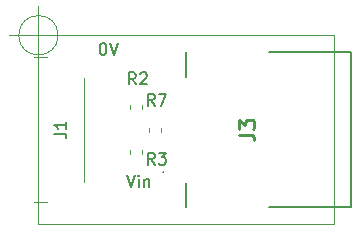
<source format=gbr>
G04 #@! TF.GenerationSoftware,KiCad,Pcbnew,(5.1.2)-2*
G04 #@! TF.CreationDate,2019-08-27T22:51:35+12:00*
G04 #@! TF.ProjectId,CacPP_PIC10,43616350-505f-4504-9943-31302e6b6963,rev?*
G04 #@! TF.SameCoordinates,Original*
G04 #@! TF.FileFunction,Legend,Top*
G04 #@! TF.FilePolarity,Positive*
%FSLAX46Y46*%
G04 Gerber Fmt 4.6, Leading zero omitted, Abs format (unit mm)*
G04 Created by KiCad (PCBNEW (5.1.2)-2) date 2019-08-27 22:51:35*
%MOMM*%
%LPD*%
G04 APERTURE LIST*
%ADD10C,0.050000*%
%ADD11C,0.200000*%
%ADD12C,0.120000*%
%ADD13C,0.254000*%
%ADD14C,0.150000*%
G04 APERTURE END LIST*
D10*
X51666666Y-30000000D02*
G75*
G03X51666666Y-30000000I-1666666J0D01*
G01*
X47500000Y-30000000D02*
X52500000Y-30000000D01*
X50000000Y-27500000D02*
X50000000Y-32500000D01*
X50000000Y-46000000D02*
X53000000Y-46000000D01*
X50000000Y-30000000D02*
X50000000Y-46000000D01*
X53000000Y-30000000D02*
X50000000Y-30000000D01*
X75000000Y-30000000D02*
X53000000Y-30000000D01*
X75000000Y-46000000D02*
X53000000Y-46000000D01*
X75000000Y-30000000D02*
X75000000Y-46000000D01*
D11*
X60561000Y-41582000D02*
G75*
G03X60561000Y-41582000I-61000J0D01*
G01*
X62500000Y-31450000D02*
X62500000Y-33513000D01*
X62500000Y-44550000D02*
X62500000Y-42487000D01*
X76500000Y-31450000D02*
X69500000Y-31450000D01*
X76500000Y-44550000D02*
X76500000Y-31450000D01*
X69500000Y-44550000D02*
X76500000Y-44550000D01*
D12*
X50700000Y-31855000D02*
X49650000Y-31855000D01*
X50700000Y-44145000D02*
X49650000Y-44145000D01*
X53870000Y-42400000D02*
X53870000Y-33600000D01*
X57790000Y-35928733D02*
X57790000Y-36271267D01*
X58810000Y-35928733D02*
X58810000Y-36271267D01*
X57790000Y-40071267D02*
X57790000Y-39728733D01*
X58810000Y-40071267D02*
X58810000Y-39728733D01*
X59390000Y-38171267D02*
X59390000Y-37828733D01*
X60410000Y-38171267D02*
X60410000Y-37828733D01*
D13*
X67004523Y-38423333D02*
X67911666Y-38423333D01*
X68093095Y-38483809D01*
X68214047Y-38604761D01*
X68274523Y-38786190D01*
X68274523Y-38907142D01*
X67004523Y-37939523D02*
X67004523Y-37153333D01*
X67488333Y-37576666D01*
X67488333Y-37395238D01*
X67548809Y-37274285D01*
X67609285Y-37213809D01*
X67730238Y-37153333D01*
X68032619Y-37153333D01*
X68153571Y-37213809D01*
X68214047Y-37274285D01*
X68274523Y-37395238D01*
X68274523Y-37758095D01*
X68214047Y-37879047D01*
X68153571Y-37939523D01*
D14*
X51352380Y-38333333D02*
X52066666Y-38333333D01*
X52209523Y-38380952D01*
X52304761Y-38476190D01*
X52352380Y-38619047D01*
X52352380Y-38714285D01*
X52352380Y-37333333D02*
X52352380Y-37904761D01*
X52352380Y-37619047D02*
X51352380Y-37619047D01*
X51495238Y-37714285D01*
X51590476Y-37809523D01*
X51638095Y-37904761D01*
X55423809Y-30652380D02*
X55519047Y-30652380D01*
X55614285Y-30700000D01*
X55661904Y-30747619D01*
X55709523Y-30842857D01*
X55757142Y-31033333D01*
X55757142Y-31271428D01*
X55709523Y-31461904D01*
X55661904Y-31557142D01*
X55614285Y-31604761D01*
X55519047Y-31652380D01*
X55423809Y-31652380D01*
X55328571Y-31604761D01*
X55280952Y-31557142D01*
X55233333Y-31461904D01*
X55185714Y-31271428D01*
X55185714Y-31033333D01*
X55233333Y-30842857D01*
X55280952Y-30747619D01*
X55328571Y-30700000D01*
X55423809Y-30652380D01*
X56042857Y-30652380D02*
X56376190Y-31652380D01*
X56709523Y-30652380D01*
X57476190Y-41852380D02*
X57809523Y-42852380D01*
X58142857Y-41852380D01*
X58476190Y-42852380D02*
X58476190Y-42185714D01*
X58476190Y-41852380D02*
X58428571Y-41900000D01*
X58476190Y-41947619D01*
X58523809Y-41900000D01*
X58476190Y-41852380D01*
X58476190Y-41947619D01*
X58952380Y-42185714D02*
X58952380Y-42852380D01*
X58952380Y-42280952D02*
X59000000Y-42233333D01*
X59095238Y-42185714D01*
X59238095Y-42185714D01*
X59333333Y-42233333D01*
X59380952Y-42328571D01*
X59380952Y-42852380D01*
X58233333Y-34152380D02*
X57900000Y-33676190D01*
X57661904Y-34152380D02*
X57661904Y-33152380D01*
X58042857Y-33152380D01*
X58138095Y-33200000D01*
X58185714Y-33247619D01*
X58233333Y-33342857D01*
X58233333Y-33485714D01*
X58185714Y-33580952D01*
X58138095Y-33628571D01*
X58042857Y-33676190D01*
X57661904Y-33676190D01*
X58614285Y-33247619D02*
X58661904Y-33200000D01*
X58757142Y-33152380D01*
X58995238Y-33152380D01*
X59090476Y-33200000D01*
X59138095Y-33247619D01*
X59185714Y-33342857D01*
X59185714Y-33438095D01*
X59138095Y-33580952D01*
X58566666Y-34152380D01*
X59185714Y-34152380D01*
X59833333Y-40952380D02*
X59500000Y-40476190D01*
X59261904Y-40952380D02*
X59261904Y-39952380D01*
X59642857Y-39952380D01*
X59738095Y-40000000D01*
X59785714Y-40047619D01*
X59833333Y-40142857D01*
X59833333Y-40285714D01*
X59785714Y-40380952D01*
X59738095Y-40428571D01*
X59642857Y-40476190D01*
X59261904Y-40476190D01*
X60166666Y-39952380D02*
X60785714Y-39952380D01*
X60452380Y-40333333D01*
X60595238Y-40333333D01*
X60690476Y-40380952D01*
X60738095Y-40428571D01*
X60785714Y-40523809D01*
X60785714Y-40761904D01*
X60738095Y-40857142D01*
X60690476Y-40904761D01*
X60595238Y-40952380D01*
X60309523Y-40952380D01*
X60214285Y-40904761D01*
X60166666Y-40857142D01*
X59833333Y-35952380D02*
X59500000Y-35476190D01*
X59261904Y-35952380D02*
X59261904Y-34952380D01*
X59642857Y-34952380D01*
X59738095Y-35000000D01*
X59785714Y-35047619D01*
X59833333Y-35142857D01*
X59833333Y-35285714D01*
X59785714Y-35380952D01*
X59738095Y-35428571D01*
X59642857Y-35476190D01*
X59261904Y-35476190D01*
X60166666Y-34952380D02*
X60833333Y-34952380D01*
X60404761Y-35952380D01*
M02*

</source>
